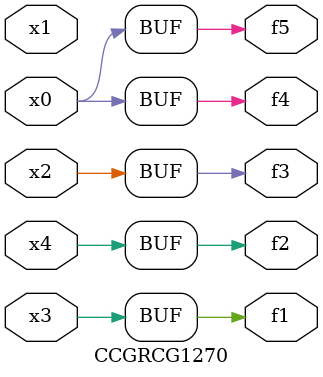
<source format=v>
module CCGRCG1270(
	input x0, x1, x2, x3, x4,
	output f1, f2, f3, f4, f5
);
	assign f1 = x3;
	assign f2 = x4;
	assign f3 = x2;
	assign f4 = x0;
	assign f5 = x0;
endmodule

</source>
